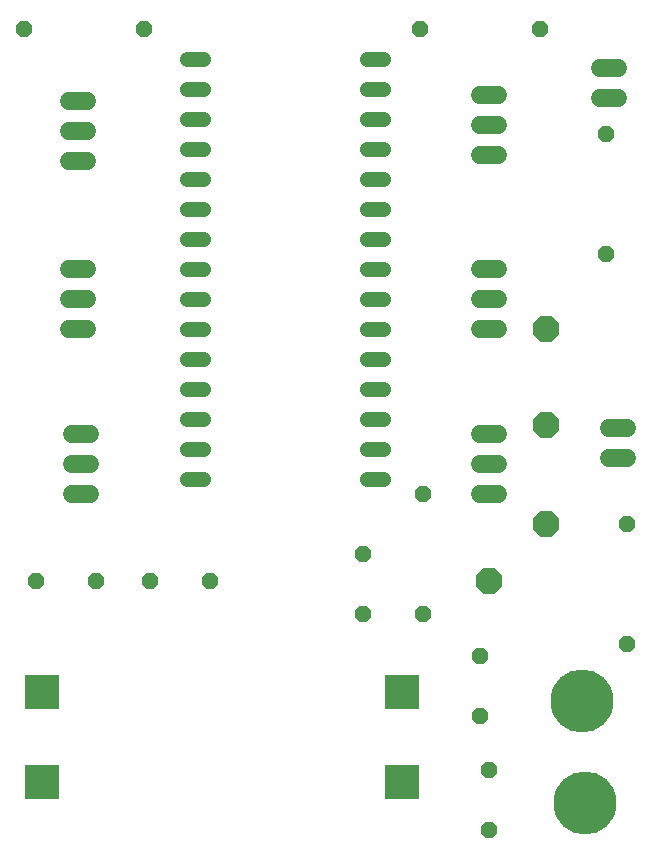
<source format=gbr>
G04 EAGLE Gerber X2 export*
%TF.Part,Single*%
%TF.FileFunction,Copper,L1,Top,Mixed*%
%TF.FilePolarity,Positive*%
%TF.GenerationSoftware,Autodesk,EAGLE,9.0.0*%
%TF.CreationDate,2022-05-13T19:47:05Z*%
G75*
%MOMM*%
%FSLAX34Y34*%
%LPD*%
%AMOC8*
5,1,8,0,0,1.08239X$1,22.5*%
G01*
%ADD10C,1.524000*%
%ADD11C,1.308000*%
%ADD12P,1.429621X8X112.500000*%
%ADD13C,5.334000*%
%ADD14P,1.429621X8X22.500000*%
%ADD15P,2.336880X8X22.500000*%
%ADD16R,3.000000X3.000000*%
%ADD17P,1.429621X8X202.500000*%
%ADD18P,1.429621X8X292.500000*%


D10*
X436880Y500380D02*
X421640Y500380D01*
X421640Y474980D02*
X436880Y474980D01*
X436880Y449580D02*
X421640Y449580D01*
D11*
X186880Y678180D02*
X173800Y678180D01*
X173800Y652780D02*
X186880Y652780D01*
X186880Y627380D02*
X173800Y627380D01*
X173800Y601980D02*
X186880Y601980D01*
X186880Y576580D02*
X173800Y576580D01*
X173800Y551180D02*
X186880Y551180D01*
X186880Y525780D02*
X173800Y525780D01*
X173800Y500380D02*
X186880Y500380D01*
X186880Y474980D02*
X173800Y474980D01*
X173800Y449580D02*
X186880Y449580D01*
X186880Y424180D02*
X173800Y424180D01*
X173800Y398780D02*
X186880Y398780D01*
X186880Y373380D02*
X173800Y373380D01*
X173800Y347980D02*
X186880Y347980D01*
X186880Y322580D02*
X173800Y322580D01*
X326200Y322580D02*
X339280Y322580D01*
X339280Y347980D02*
X326200Y347980D01*
X326200Y373380D02*
X339280Y373380D01*
X339280Y398780D02*
X326200Y398780D01*
X326200Y424180D02*
X339280Y424180D01*
X339280Y449580D02*
X326200Y449580D01*
X326200Y474980D02*
X339280Y474980D01*
X339280Y500380D02*
X326200Y500380D01*
X326200Y525780D02*
X339280Y525780D01*
X339280Y551180D02*
X326200Y551180D01*
X326200Y576580D02*
X339280Y576580D01*
X339280Y601980D02*
X326200Y601980D01*
X326200Y627380D02*
X339280Y627380D01*
X339280Y652780D02*
X326200Y652780D01*
X326200Y678180D02*
X339280Y678180D01*
D12*
X322580Y208280D03*
X322580Y259080D03*
D10*
X91440Y309880D02*
X76200Y309880D01*
X76200Y335280D02*
X91440Y335280D01*
X91440Y360680D02*
X76200Y360680D01*
D13*
X508000Y134620D03*
X510540Y48260D03*
D10*
X436880Y360680D02*
X421640Y360680D01*
X421640Y335280D02*
X436880Y335280D01*
X436880Y309880D02*
X421640Y309880D01*
D14*
X35560Y703580D03*
X137160Y703580D03*
D10*
X88900Y591820D02*
X73660Y591820D01*
X73660Y617220D02*
X88900Y617220D01*
X88900Y642620D02*
X73660Y642620D01*
X421640Y647700D02*
X436880Y647700D01*
X436880Y622300D02*
X421640Y622300D01*
X421640Y596900D02*
X436880Y596900D01*
X88900Y449580D02*
X73660Y449580D01*
X73660Y474980D02*
X88900Y474980D01*
X88900Y500380D02*
X73660Y500380D01*
D15*
X429260Y236220D03*
D16*
X50800Y66040D03*
X50800Y142240D03*
X355600Y142240D03*
X355600Y66040D03*
D15*
X477520Y284480D03*
X477520Y449580D03*
D12*
X373380Y208280D03*
X373380Y309880D03*
D17*
X472440Y703580D03*
X370840Y703580D03*
D15*
X477520Y368300D03*
D12*
X421640Y121920D03*
X421640Y172720D03*
D18*
X429260Y76200D03*
X429260Y25400D03*
D14*
X142240Y236220D03*
X193040Y236220D03*
D17*
X96520Y236220D03*
X45720Y236220D03*
D10*
X523240Y670560D02*
X538480Y670560D01*
X538480Y645160D02*
X523240Y645160D01*
D12*
X528320Y513080D03*
X528320Y614680D03*
D10*
X530860Y340360D02*
X546100Y340360D01*
X546100Y365760D02*
X530860Y365760D01*
D12*
X546100Y182880D03*
X546100Y284480D03*
M02*

</source>
